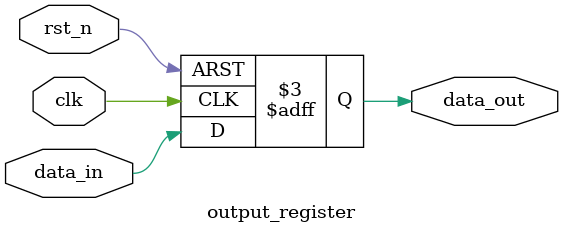
<source format=sv>
module xor2_14 (
    input  wire clk,    // 添加时钟信号以实现正确的寄存功能
    input  wire rst_n,  // 添加复位信号以提高可靠性
    input  wire A, B,   // 输入信号
    output wire Y       // 输出信号
);
    // 内部连线
    wire xor_result;
    
    // 实例化XOR逻辑计算子模块
    xor_logic_unit xor_logic_inst (
        .in_a(A),
        .in_b(B),
        .xor_result(xor_result)
    );
    
    // 实例化输出寄存器子模块，添加时钟和复位
    output_register output_reg_inst (
        .clk(clk),
        .rst_n(rst_n),
        .data_in(xor_result),
        .data_out(Y)
    );
    
endmodule

//===================================================================
// XOR Logic Unit - 执行XOR逻辑运算
//===================================================================
module xor_logic_unit #(
    parameter DELAY = 1  // 参数化延迟，便于时序调整
)(
    input  wire in_a, in_b,
    output wire xor_result
);
    // 使用中间变量实现XOR，提高清晰度
    wire and1_out = in_a & ~in_b;
    wire and2_out = ~in_a & in_b;
    
    // 基于基本逻辑门实现XOR，可能在某些ASIC库中优化的更好
    assign #DELAY xor_result = and1_out | and2_out;

endmodule

//===================================================================
// Output Register - 带时钟和复位的输出寄存器
//===================================================================
module output_register (
    input  wire clk,       // 时钟信号
    input  wire rst_n,     // 低电平有效的异步复位
    input  wire data_in,   // 数据输入
    output reg  data_out   // 寄存后的数据输出
);
    // 同步寄存器带异步复位，提高电路可靠性
    always @(posedge clk or negedge rst_n) begin
        if (!rst_n) begin
            data_out <= 1'b0;  // 复位值
        end else begin
            data_out <= data_in;
        end
    end
endmodule
</source>
